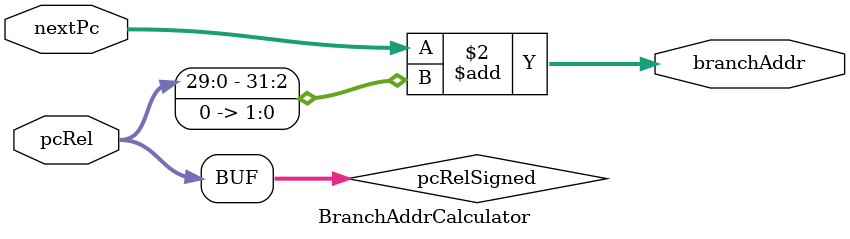
<source format=v>
module BranchAddrCalculator (nextPc, pcRel, branchAddr);
	parameter PC_BIT_WIDTH = 32;
	
	input  [PC_BIT_WIDTH - 1: 0] nextPc;
	input  [PC_BIT_WIDTH - 1: 0] pcRel;
	output [PC_BIT_WIDTH - 1: 0] branchAddr;
	
	wire signed [PC_BIT_WIDTH - 1: 0] pcRelSigned;
	
	assign pcRelSigned = pcRel;
	
	assign branchAddr = nextPc + (pcRelSigned << 2);
	
endmodule
</source>
